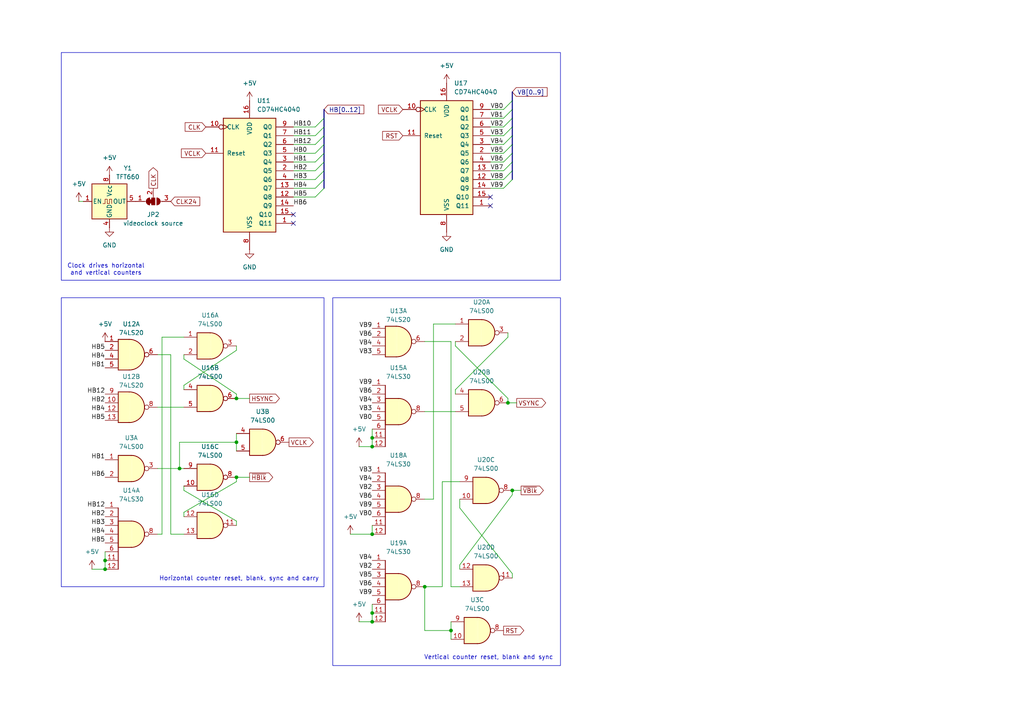
<source format=kicad_sch>
(kicad_sch (version 20250114) (generator "eeschema") (generator_version "9.0")
  (paper "A4")
  (lib_symbols
    (symbol "4xxx:4040" (pin_names (offset 1.016))
      (property "Reference" "U" (at -7.62 16.51 0))
      (property "Value" "4040" (at -7.62 -19.05 0))
      (symbol "4040_1_0"
        (pin input inverted_clock (at -12.7 12.7 0) (length 5.08) (name "CLK") (number "10"))
        (pin input line (at -12.7 5.08 0) (length 5.08) (name "Reset") (number "11"))
        (pin power_in line (at 0 20.32 270) (length 5.08) (name "VDD") (number "16"))
        (pin power_in line (at 0 -22.86 90) (length 5.08) (name "VSS") (number "8"))
        (pin output line (at 12.7 12.7 180) (length 5.08) (name "Q0") (number "9"))
        (pin output line (at 12.7 10.16 180) (length 5.08) (name "Q1") (number "7"))
        (pin output line (at 12.7 7.62 180) (length 5.08) (name "Q2") (number "6"))
        (pin output line (at 12.7 5.08 180) (length 5.08) (name "Q3") (number "5"))
        (pin output line (at 12.7 2.54 180) (length 5.08) (name "Q4") (number "3"))
        (pin output line (at 12.7 0 180) (length 5.08) (name "Q5") (number "2"))
        (pin output line (at 12.7 -2.54 180) (length 5.08) (name "Q6") (number "4"))
        (pin output line (at 12.7 -5.08 180) (length 5.08) (name "Q7") (number "13"))
        (pin output line (at 12.7 -7.62 180) (length 5.08) (name "Q8") (number "12"))
        (pin output line (at 12.7 -10.16 180) (length 5.08) (name "Q9") (number "14"))
        (pin output line (at 12.7 -12.7 180) (length 5.08) (name "Q10") (number "15"))
        (pin output line (at 12.7 -15.24 180) (length 5.08) (name "Q11") (number "1"))
      )
      (symbol "4040_1_1"
        (rectangle (start -7.62 15.24) (end 7.62 -17.78) (stroke (width 0.254)) (fill (type background)))
      )
    )
    (symbol "74xx:74LS00" (pin_names (offset 1.016))
      (property "Reference" "U" (at 0 1.27 0))
      (property "Value" "74LS00" (at 0 -1.27 0))
      (symbol "74LS00_1_1"
        (arc (start 0 3.81) (mid 3.7934 0) (end 0 -3.81) (stroke (width 0.254)) (fill (type background)))
        (polyline (pts (xy 0 3.81) (xy -3.81 3.81) (xy -3.81 -3.81) (xy 0 -3.81)) (stroke (width 0.254)) (fill (type background)))
        (pin input line (at -7.62 2.54 0) (length 3.81) (name "~") (number "1"))
        (pin input line (at -7.62 -2.54 0) (length 3.81) (name "~") (number "2"))
        (pin output inverted (at 7.62 0 180) (length 3.81) (name "~") (number "3"))
      )
      (symbol "74LS00_1_2"
        (arc (start -3.81 3.81) (mid -2.589 0) (end -3.81 -3.81) (stroke (width 0.254)))
        (polyline (pts (xy -3.81 3.81) (xy -0.635 3.81)) (stroke (width 0.254)) (fill (type background)))
        (polyline (pts (xy -3.81 -3.81) (xy -0.635 -3.81)) (stroke (width 0.254)) (fill (type background)))
        (arc (start 3.81 0) (mid 2.1855 -2.584) (end -0.6096 -3.81) (stroke (width 0.254)) (fill (type background)))
        (arc (start -0.6096 3.81) (mid 2.1928 2.5924) (end 3.81 0) (stroke (width 0.254)) (fill (type background)))
        (polyline (pts (xy -0.635 3.81) (xy -3.81 3.81) (xy -3.81 3.81) (xy -3.556 3.4036) (xy -3.0226 2.2606) (xy -2.6924 1.0414) (xy -2.6162 -0.254) (xy -2.7686 -1.4986) (xy -3.175 -2.7178) (xy -3.81 -3.81) (xy -3.81 -3.81) (xy -0.635 -3.81)) (stroke (width -25.4)) (fill (type background)))
        (pin input inverted (at -7.62 2.54 0) (length 4.318) (name "~") (number "1"))
        (pin input inverted (at -7.62 -2.54 0) (length 4.318) (name "~") (number "2"))
        (pin output line (at 7.62 0 180) (length 3.81) (name "~") (number "3"))
      )
      (symbol "74LS00_2_1"
        (arc (start 0 3.81) (mid 3.7934 0) (end 0 -3.81) (stroke (width 0.254)) (fill (type background)))
        (polyline (pts (xy 0 3.81) (xy -3.81 3.81) (xy -3.81 -3.81) (xy 0 -3.81)) (stroke (width 0.254)) (fill (type background)))
        (pin input line (at -7.62 2.54 0) (length 3.81) (name "~") (number "4"))
        (pin input line (at -7.62 -2.54 0) (length 3.81) (name "~") (number "5"))
        (pin output inverted (at 7.62 0 180) (length 3.81) (name "~") (number "6"))
      )
      (symbol "74LS00_2_2"
        (arc (start -3.81 3.81) (mid -2.589 0) (end -3.81 -3.81) (stroke (width 0.254)))
        (polyline (pts (xy -3.81 3.81) (xy -0.635 3.81)) (stroke (width 0.254)) (fill (type background)))
        (polyline (pts (xy -3.81 -3.81) (xy -0.635 -3.81)) (stroke (width 0.254)) (fill (type background)))
        (arc (start 3.81 0) (mid 2.1855 -2.584) (end -0.6096 -3.81) (stroke (width 0.254)) (fill (type background)))
        (arc (start -0.6096 3.81) (mid 2.1928 2.5924) (end 3.81 0) (stroke (width 0.254)) (fill (type background)))
        (polyline (pts (xy -0.635 3.81) (xy -3.81 3.81) (xy -3.81 3.81) (xy -3.556 3.4036) (xy -3.0226 2.2606) (xy -2.6924 1.0414) (xy -2.6162 -0.254) (xy -2.7686 -1.4986) (xy -3.175 -2.7178) (xy -3.81 -3.81) (xy -3.81 -3.81) (xy -0.635 -3.81)) (stroke (width -25.4)) (fill (type background)))
        (pin input inverted (at -7.62 2.54 0) (length 4.318) (name "~") (number "4"))
        (pin input inverted (at -7.62 -2.54 0) (length 4.318) (name "~") (number "5"))
        (pin output line (at 7.62 0 180) (length 3.81) (name "~") (number "6"))
      )
      (symbol "74LS00_3_1"
        (arc (start 0 3.81) (mid 3.7934 0) (end 0 -3.81) (stroke (width 0.254)) (fill (type background)))
        (polyline (pts (xy 0 3.81) (xy -3.81 3.81) (xy -3.81 -3.81) (xy 0 -3.81)) (stroke (width 0.254)) (fill (type background)))
        (pin input line (at -7.62 2.54 0) (length 3.81) (name "~") (number "9"))
        (pin input line (at -7.62 -2.54 0) (length 3.81) (name "~") (number "10"))
        (pin output inverted (at 7.62 0 180) (length 3.81) (name "~") (number "8"))
      )
      (symbol "74LS00_3_2"
        (arc (start -3.81 3.81) (mid -2.589 0) (end -3.81 -3.81) (stroke (width 0.254)))
        (polyline (pts (xy -3.81 3.81) (xy -0.635 3.81)) (stroke (width 0.254)) (fill (type background)))
        (polyline (pts (xy -3.81 -3.81) (xy -0.635 -3.81)) (stroke (width 0.254)) (fill (type background)))
        (arc (start 3.81 0) (mid 2.1855 -2.584) (end -0.6096 -3.81) (stroke (width 0.254)) (fill (type background)))
        (arc (start -0.6096 3.81) (mid 2.1928 2.5924) (end 3.81 0) (stroke (width 0.254)) (fill (type background)))
        (polyline (pts (xy -0.635 3.81) (xy -3.81 3.81) (xy -3.81 3.81) (xy -3.556 3.4036) (xy -3.0226 2.2606) (xy -2.6924 1.0414) (xy -2.6162 -0.254) (xy -2.7686 -1.4986) (xy -3.175 -2.7178) (xy -3.81 -3.81) (xy -3.81 -3.81) (xy -0.635 -3.81)) (stroke (width -25.4)) (fill (type background)))
        (pin input inverted (at -7.62 2.54 0) (length 4.318) (name "~") (number "9"))
        (pin input inverted (at -7.62 -2.54 0) (length 4.318) (name "~") (number "10"))
        (pin output line (at 7.62 0 180) (length 3.81) (name "~") (number "8"))
      )
      (symbol "74LS00_4_1"
        (arc (start 0 3.81) (mid 3.7934 0) (end 0 -3.81) (stroke (width 0.254)) (fill (type background)))
        (polyline (pts (xy 0 3.81) (xy -3.81 3.81) (xy -3.81 -3.81) (xy 0 -3.81)) (stroke (width 0.254)) (fill (type background)))
        (pin input line (at -7.62 2.54 0) (length 3.81) (name "~") (number "12"))
        (pin input line (at -7.62 -2.54 0) (length 3.81) (name "~") (number "13"))
        (pin output inverted (at 7.62 0 180) (length 3.81) (name "~") (number "11"))
      )
      (symbol "74LS00_4_2"
        (arc (start -3.81 3.81) (mid -2.589 0) (end -3.81 -3.81) (stroke (width 0.254)))
        (polyline (pts (xy -3.81 3.81) (xy -0.635 3.81)) (stroke (width 0.254)) (fill (type background)))
        (polyline (pts (xy -3.81 -3.81) (xy -0.635 -3.81)) (stroke (width 0.254)) (fill (type background)))
        (arc (start 3.81 0) (mid 2.1855 -2.584) (end -0.6096 -3.81) (stroke (width 0.254)) (fill (type background)))
        (arc (start -0.6096 3.81) (mid 2.1928 2.5924) (end 3.81 0) (stroke (width 0.254)) (fill (type background)))
        (polyline (pts (xy -0.635 3.81) (xy -3.81 3.81) (xy -3.81 3.81) (xy -3.556 3.4036) (xy -3.0226 2.2606) (xy -2.6924 1.0414) (xy -2.6162 -0.254) (xy -2.7686 -1.4986) (xy -3.175 -2.7178) (xy -3.81 -3.81) (xy -3.81 -3.81) (xy -0.635 -3.81)) (stroke (width -25.4)) (fill (type background)))
        (pin input inverted (at -7.62 2.54 0) (length 4.318) (name "~") (number "12"))
        (pin input inverted (at -7.62 -2.54 0) (length 4.318) (name "~") (number "13"))
        (pin output line (at 7.62 0 180) (length 3.81) (name "~") (number "11"))
      )
      (symbol "74LS00_5_0"
        (pin power_in line (at 0 12.7 270) (length 5.08) (name "VCC") (number "14"))
        (pin power_in line (at 0 -12.7 90) (length 5.08) (name "GND") (number "7"))
      )
      (symbol "74LS00_5_1"
        (rectangle (start -5.08 7.62) (end 5.08 -7.62) (stroke (width 0.254)) (fill (type background)))
      )
    )
    (symbol "74xx:74LS20" (pin_names (offset 1.016))
      (property "Reference" "U" (at 0 1.27 0))
      (property "Value" "74LS20" (at 0 -1.27 0))
      (symbol "74LS20_1_1"
        (arc (start -0.635 4.445) (mid 3.7907 0) (end -0.635 -4.445) (stroke (width 0.254)) (fill (type background)))
        (polyline (pts (xy -0.635 4.445) (xy -3.81 4.445) (xy -3.81 -4.445) (xy -0.635 -4.445)) (stroke (width 0.254)) (fill (type background)))
        (pin input line (at -7.62 3.81 0) (length 3.81) (name "~") (number "1"))
        (pin input line (at -7.62 1.27 0) (length 3.81) (name "~") (number "2"))
        (pin input line (at -7.62 -1.27 0) (length 3.81) (name "~") (number "4"))
        (pin input line (at -7.62 -3.81 0) (length 3.81) (name "~") (number "5"))
        (pin output inverted (at 7.62 0 180) (length 3.81) (name "~") (number "6"))
      )
      (symbol "74LS20_1_2"
        (arc (start -3.81 4.445) (mid -2.5908 0) (end -3.81 -4.445) (stroke (width 0.254)))
        (polyline (pts (xy -3.81 4.445) (xy -0.635 4.445)) (stroke (width 0.254)) (fill (type background)))
        (polyline (pts (xy -3.81 -4.445) (xy -0.635 -4.445)) (stroke (width 0.254)) (fill (type background)))
        (arc (start -0.6096 4.445) (mid 2.2198 2.8385) (end 3.81 0) (stroke (width 0.254)) (fill (type background)))
        (arc (start 3.81 0) (mid 2.224 -2.8428) (end -0.6096 -4.445) (stroke (width 0.254)) (fill (type background)))
        (polyline (pts (xy -0.635 4.445) (xy -3.81 4.445) (xy -3.81 4.445) (xy -3.6322 4.0894) (xy -3.0988 2.921) (xy -2.7686 1.6764) (xy -2.6162 0.4318) (xy -2.6416 -0.8636) (xy -2.8702 -2.1082) (xy -3.2512 -3.3274) (xy -3.81 -4.445) (xy -3.81 -4.445) (xy -0.635 -4.445)) (stroke (width -25.4)) (fill (type background)))
        (pin input inverted (at -7.62 3.81 0) (length 3.81) (name "~") (number "1"))
        (pin input inverted (at -7.62 1.27 0) (length 4.826) (name "~") (number "2"))
        (pin input inverted (at -7.62 -1.27 0) (length 4.826) (name "~") (number "4"))
        (pin input inverted (at -7.62 -3.81 0) (length 3.81) (name "~") (number "5"))
        (pin output line (at 7.62 0 180) (length 3.81) (name "~") (number "6"))
      )
      (symbol "74LS20_2_1"
        (arc (start -0.635 4.445) (mid 3.7907 0) (end -0.635 -4.445) (stroke (width 0.254)) (fill (type background)))
        (polyline (pts (xy -0.635 4.445) (xy -3.81 4.445) (xy -3.81 -4.445) (xy -0.635 -4.445)) (stroke (width 0.254)) (fill (type background)))
        (pin input line (at -7.62 3.81 0) (length 3.81) (name "~") (number "9"))
        (pin input line (at -7.62 1.27 0) (length 3.81) (name "~") (number "10"))
        (pin input line (at -7.62 -1.27 0) (length 3.81) (name "~") (number "12"))
        (pin input line (at -7.62 -3.81 0) (length 3.81) (name "~") (number "13"))
        (pin output inverted (at 7.62 0 180) (length 3.81) (name "~") (number "8"))
      )
      (symbol "74LS20_2_2"
        (arc (start -3.81 4.445) (mid -2.5908 0) (end -3.81 -4.445) (stroke (width 0.254)))
        (polyline (pts (xy -3.81 4.445) (xy -0.635 4.445)) (stroke (width 0.254)) (fill (type background)))
        (polyline (pts (xy -3.81 -4.445) (xy -0.635 -4.445)) (stroke (width 0.254)) (fill (type background)))
        (arc (start -0.6096 4.445) (mid 2.2198 2.8385) (end 3.81 0) (stroke (width 0.254)) (fill (type background)))
        (arc (start 3.81 0) (mid 2.224 -2.8428) (end -0.6096 -4.445) (stroke (width 0.254)) (fill (type background)))
        (polyline (pts (xy -0.635 4.445) (xy -3.81 4.445) (xy -3.81 4.445) (xy -3.6322 4.0894) (xy -3.0988 2.921) (xy -2.7686 1.6764) (xy -2.6162 0.4318) (xy -2.6416 -0.8636) (xy -2.8702 -2.1082) (xy -3.2512 -3.3274) (xy -3.81 -4.445) (xy -3.81 -4.445) (xy -0.635 -4.445)) (stroke (width -25.4)) (fill (type background)))
        (pin input inverted (at -7.62 3.81 0) (length 3.81) (name "~") (number "9"))
        (pin input inverted (at -7.62 1.27 0) (length 4.826) (name "~") (number "10"))
        (pin input inverted (at -7.62 -1.27 0) (length 4.826) (name "~") (number "12"))
        (pin input inverted (at -7.62 -3.81 0) (length 3.81) (name "~") (number "13"))
        (pin output line (at 7.62 0 180) (length 3.81) (name "~") (number "8"))
      )
      (symbol "74LS20_3_0"
        (pin power_in line (at 0 12.7 270) (length 5.08) (name "VCC") (number "14"))
        (pin power_in line (at 0 -12.7 90) (length 5.08) (name "GND") (number "7"))
      )
      (symbol "74LS20_3_1"
        (rectangle (start -5.08 7.62) (end 5.08 -7.62) (stroke (width 0.254)) (fill (type background)))
      )
    )
    (symbol "74xx:74LS30" (pin_names (offset 1.016))
      (property "Reference" "U" (at 0 1.27 0))
      (property "Value" "74LS30" (at 0 -1.27 0))
      (symbol "74LS30_1_1"
        (polyline (pts (xy -3.81 7.62) (xy -3.81 -10.16)) (stroke (width 0.254)))
        (arc (start 0 3.81) (mid 3.7934 0) (end 0 -3.81) (stroke (width 0.254)) (fill (type background)))
        (polyline (pts (xy 0 3.81) (xy -3.81 3.81) (xy -3.81 -3.81) (xy 0 -3.81)) (stroke (width 0.254)) (fill (type background)))
        (pin input line (at -7.62 7.62 0) (length 3.81) (name "~") (number "1"))
        (pin input line (at -7.62 5.08 0) (length 3.81) (name "~") (number "2"))
        (pin input line (at -7.62 2.54 0) (length 3.81) (name "~") (number "3"))
        (pin input line (at -7.62 0 0) (length 3.81) (name "~") (number "4"))
        (pin input line (at -7.62 -2.54 0) (length 3.81) (name "~") (number "5"))
        (pin input line (at -7.62 -5.08 0) (length 3.81) (name "~") (number "6"))
        (pin input line (at -7.62 -7.62 0) (length 3.81) (name "~") (number "11"))
        (pin input line (at -7.62 -10.16 0) (length 3.81) (name "~") (number "12"))
        (pin output inverted (at 7.62 0 180) (length 3.81) (name "~") (number "8"))
      )
      (symbol "74LS30_1_2"
        (arc (start -3.81 3.81) (mid -2.589 0) (end -3.81 -3.81) (stroke (width 0.254)))
        (polyline (pts (xy -3.81 7.62) (xy -3.81 3.81)) (stroke (width 0.254)))
        (polyline (pts (xy -3.81 3.81) (xy -0.635 3.81)) (stroke (width 0.254)) (fill (type background)))
        (polyline (pts (xy -3.81 -3.81) (xy -3.81 -10.16)) (stroke (width 0.254)))
        (polyline (pts (xy -3.81 -3.81) (xy -0.635 -3.81)) (stroke (width 0.254)) (fill (type background)))
        (arc (start 3.81 0) (mid 2.1855 -2.584) (end -0.6096 -3.81) (stroke (width 0.254)) (fill (type background)))
        (arc (start -0.6096 3.81) (mid 2.1928 2.5924) (end 3.81 0) (stroke (width 0.254)) (fill (type background)))
        (polyline (pts (xy -0.635 3.81) (xy -3.81 3.81) (xy -3.81 3.81) (xy -3.556 3.4036) (xy -3.0226 2.2606) (xy -2.6924 1.0414) (xy -2.6162 -0.254) (xy -2.7686 -1.4986) (xy -3.175 -2.7178) (xy -3.81 -3.81) (xy -3.81 -3.81) (xy -0.635 -3.81)) (stroke (width -25.4)) (fill (type background)))
        (pin input inverted (at -7.62 7.62 0) (length 3.81) (name "~") (number "1"))
        (pin input inverted (at -7.62 5.08 0) (length 3.81) (name "~") (number "2"))
        (pin input inverted (at -7.62 2.54 0) (length 4.5466) (name "~") (number "3"))
        (pin input inverted (at -7.62 0 0) (length 5.08) (name "~") (number "4"))
        (pin input inverted (at -7.62 -2.54 0) (length 4.5466) (name "~") (number "5"))
        (pin input inverted (at -7.62 -5.08 0) (length 3.81) (name "~") (number "6"))
        (pin input inverted (at -7.62 -7.62 0) (length 3.81) (name "~") (number "11"))
        (pin input inverted (at -7.62 -10.16 0) (length 3.81) (name "~") (number "12"))
        (pin output line (at 7.62 0 180) (length 3.81) (name "~") (number "8"))
      )
      (symbol "74LS30_2_0"
        (pin power_in line (at 0 12.7 270) (length 5.08) (name "VCC") (number "14"))
        (pin power_in line (at 0 -12.7 90) (length 5.08) (name "GND") (number "7"))
      )
      (symbol "74LS30_2_1"
        (rectangle (start -5.08 7.62) (end 5.08 -7.62) (stroke (width 0.254)) (fill (type background)))
      )
    )
    (symbol "Jumper:SolderJumper_3_Bridged12" (pin_names (offset 0) (hide yes)) (in_bom no)
      (property "Reference" "JP" (at -2.54 -2.54 0))
      (property "Value" "SolderJumper_3_Bridged12" (at 0 2.794 0))
      (symbol "SolderJumper_3_Bridged12_0_1"
        (polyline (pts (xy -2.54 0) (xy -2.032 0)))
        (polyline (pts (xy -1.016 1.016) (xy -1.016 -1.016)))
        (rectangle (start -1.016 0.508) (end -0.508 -0.508) (fill (type outline)))
        (arc (start -1.016 -1.016) (mid -2.0276 0) (end -1.016 1.016))
        (arc (start -1.016 -1.016) (mid -2.0276 0) (end -1.016 1.016) (fill (type outline)))
        (rectangle (start -0.508 1.016) (end 0.508 -1.016) (fill (type outline)))
        (polyline (pts (xy 0 -1.27) (xy 0 -1.016)))
        (arc (start 1.016 1.016) (mid 2.0276 0) (end 1.016 -1.016))
        (arc (start 1.016 1.016) (mid 2.0276 0) (end 1.016 -1.016) (fill (type outline)))
        (polyline (pts (xy 1.016 1.016) (xy 1.016 -1.016)))
        (polyline (pts (xy 2.54 0) (xy 2.032 0)))
      )
      (symbol "SolderJumper_3_Bridged12_1_1"
        (pin passive line (at -5.08 0 0) (length 2.54) (name "A") (number "1"))
        (pin passive line (at 0 -3.81 90) (length 2.54) (name "C") (number "2"))
        (pin passive line (at 5.08 0 180) (length 2.54) (name "B") (number "3"))
      )
    )
    (symbol "Oscillator:TFT660" (pin_names (offset 0.254))
      (property "Reference" "Y" (at -5.08 6.35 0))
      (property "Value" "TFT660" (at 1.27 -6.35 0))
      (symbol "TFT660_0_1"
        (rectangle (start -5.08 5.08) (end 5.08 -5.08) (stroke (width 0.254)) (fill (type background)))
        (polyline (pts (xy -1.905 -0.635) (xy -1.27 -0.635) (xy -1.27 0.635) (xy -0.635 0.635) (xy -0.635 -0.635) (xy 0 -0.635) (xy 0 0.635) (xy 0.635 0.635) (xy 0.635 -0.635)))
      )
      (symbol "TFT660_1_1"
        (pin input line (at -7.62 0 0) (length 2.54) (name "EN") (number "1"))
        (pin power_in line (at 0 7.62 270) (length 2.54) (name "Vcc") (number "8"))
        (pin power_in line (at 0 -7.62 90) (length 2.54) (name "GND") (number "4"))
        (pin output line (at 7.62 0 180) (length 2.54) (name "OUT") (number "5"))
      )
    )
    (symbol "power:+5V" (power) (pin_numbers (hide yes)) (pin_names (offset 0) (hide yes))
      (property "Value" "+5V" (at 0 3.556 0))
      (symbol "+5V_0_1"
        (polyline (pts (xy -0.762 1.27) (xy 0 2.54)))
        (polyline (pts (xy 0 2.54) (xy 0.762 1.27)))
        (polyline (pts (xy 0 0) (xy 0 2.54)))
      )
      (symbol "+5V_1_1"
        (pin power_in line (at 0 0 90) (length 0) (name "~") (number "1"))
      )
    )
    (symbol "power:GND" (power) (pin_numbers (hide yes)) (pin_names (offset 0) (hide yes))
      (property "Value" "GND" (at 0 -3.81 0))
      (symbol "GND_0_1"
        (polyline (pts (xy 0 0) (xy 0 -1.27) (xy 1.27 -1.27) (xy 0 -2.54) (xy -1.27 -1.27) (xy 0 -1.27)))
      )
      (symbol "GND_1_1"
        (pin power_in line (at 0 0 270) (length 0) (name "~") (number "1"))
      )
    )
  )
  (rectangle (start 96.52 86.36) (end 162.56 193.04))
  (rectangle (start 17.78 86.36) (end 93.98 170.18))
  (rectangle (start 17.78 15.24) (end 162.56 81.28))
  (text "Vertical counter reset, blank and sync" (at 141.732 190.754 0) (effects (font (size 1.27 1.27))))
  (text "Clock drives horizontal\nand vertical counters" (at 30.734 78.232 0) (effects (font (size 1.27 1.27))))
  (text "Horizontal counter reset, blank, sync and carry" (at 69.342 167.894 0) (effects (font (size 1.27 1.27))))
  (junction (at 107.95 129.54))
  (junction (at 107.95 180.34))
  (junction (at 107.95 154.94))
  (junction (at 123.19 170.18))
  (junction (at 130.81 182.88))
  (junction (at 30.48 162.56))
  (junction (at 107.95 127))
  (junction (at 68.58 115.57))
  (junction (at 148.59 142.24))
  (junction (at 30.48 165.1))
  (junction (at 52.07 135.89))
  (junction (at 68.58 138.43))
  (junction (at 147.32 116.84))
  (junction (at 68.58 128.27))
  (junction (at 107.95 177.8))
  (no_connect (at 142.24 57.15))
  (no_connect (at 85.09 64.77))
  (no_connect (at 142.24 59.69))
  (no_connect (at 85.09 62.23))
  (bus_entry (at 93.98 41.91) (size -2.54 2.54))
  (bus_entry (at 148.59 41.91) (size -2.54 2.54))
  (bus_entry (at 148.59 52.07) (size -2.54 2.54))
  (bus_entry (at 93.98 36.83) (size -2.54 2.54))
  (bus_entry (at 148.59 49.53) (size -2.54 2.54))
  (bus_entry (at 93.98 52.07) (size -2.54 2.54))
  (bus_entry (at 93.98 46.99) (size -2.54 2.54))
  (bus_entry (at 93.98 44.45) (size -2.54 2.54))
  (bus_entry (at 148.59 39.37) (size -2.54 2.54))
  (bus_entry (at 93.98 39.37) (size -2.54 2.54))
  (bus_entry (at 148.59 31.75) (size -2.54 2.54))
  (bus_entry (at 148.59 46.99) (size -2.54 2.54))
  (bus_entry (at 93.98 54.61) (size -2.54 2.54))
  (bus_entry (at 148.59 36.83) (size -2.54 2.54))
  (bus_entry (at 148.59 44.45) (size -2.54 2.54))
  (bus_entry (at 148.59 29.21) (size -2.54 2.54))
  (bus_entry (at 93.98 34.29) (size -2.54 2.54))
  (bus_entry (at 148.59 34.29) (size -2.54 2.54))
  (bus_entry (at 93.98 49.53) (size -2.54 2.54))
  (bus (pts (xy 148.59 29.21) (xy 148.59 31.75)))
  (wire (pts (xy 142.24 36.83) (xy 146.05 36.83)))
  (wire (pts (xy 52.07 135.89) (xy 45.72 135.89)))
  (wire (pts (xy 125.73 93.98) (xy 132.08 93.98)))
  (wire (pts (xy 128.27 139.7) (xy 133.35 139.7)))
  (wire (pts (xy 53.34 102.87) (xy 53.34 104.14)))
  (wire (pts (xy 85.09 36.83) (xy 91.44 36.83)))
  (wire (pts (xy 85.09 46.99) (xy 91.44 46.99)))
  (wire (pts (xy 125.73 144.78) (xy 125.73 93.98)))
  (wire (pts (xy 53.34 111.76) (xy 68.58 101.6)))
  (wire (pts (xy 72.39 138.43) (xy 68.58 138.43)))
  (wire (pts (xy 68.58 130.81) (xy 68.58 128.27)))
  (wire (pts (xy 104.14 180.34) (xy 107.95 180.34)))
  (wire (pts (xy 53.34 104.14) (xy 68.58 114.3)))
  (wire (pts (xy 142.24 44.45) (xy 146.05 44.45)))
  (wire (pts (xy 107.95 127) (xy 107.95 129.54)))
  (wire (pts (xy 68.58 151.13) (xy 68.58 152.4)))
  (bus (pts (xy 148.59 41.91) (xy 148.59 44.45)))
  (wire (pts (xy 53.34 118.11) (xy 45.72 118.11)))
  (wire (pts (xy 123.19 182.88) (xy 130.81 182.88)))
  (wire (pts (xy 85.09 39.37) (xy 91.44 39.37)))
  (wire (pts (xy 123.19 170.18) (xy 123.19 182.88)))
  (bus (pts (xy 148.59 46.99) (xy 148.59 49.53)))
  (wire (pts (xy 142.24 39.37) (xy 146.05 39.37)))
  (wire (pts (xy 107.95 152.4) (xy 107.95 154.94)))
  (wire (pts (xy 52.07 128.27) (xy 52.07 135.89)))
  (wire (pts (xy 142.24 49.53) (xy 146.05 49.53)))
  (wire (pts (xy 68.58 114.3) (xy 68.58 115.57)))
  (wire (pts (xy 53.34 148.59) (xy 68.58 139.7)))
  (wire (pts (xy 53.34 113.03) (xy 53.34 111.76)))
  (bus (pts (xy 93.98 31.75) (xy 93.98 34.29)))
  (bus (pts (xy 93.98 34.29) (xy 93.98 36.83)))
  (wire (pts (xy 46.99 154.94) (xy 46.99 97.79)))
  (wire (pts (xy 149.86 116.84) (xy 147.32 116.84)))
  (wire (pts (xy 107.95 177.8) (xy 107.95 180.34)))
  (wire (pts (xy 104.14 129.54) (xy 107.95 129.54)))
  (wire (pts (xy 107.95 175.26) (xy 107.95 177.8)))
  (bus (pts (xy 148.59 34.29) (xy 148.59 36.83)))
  (wire (pts (xy 142.24 34.29) (xy 146.05 34.29)))
  (wire (pts (xy 142.24 41.91) (xy 146.05 41.91)))
  (wire (pts (xy 53.34 142.24) (xy 68.58 151.13)))
  (wire (pts (xy 148.59 166.37) (xy 148.59 167.64)))
  (bus (pts (xy 148.59 49.53) (xy 148.59 52.07)))
  (bus (pts (xy 93.98 44.45) (xy 93.98 46.99)))
  (wire (pts (xy 85.09 54.61) (xy 91.44 54.61)))
  (wire (pts (xy 68.58 115.57) (xy 72.39 115.57)))
  (wire (pts (xy 132.08 114.3) (xy 132.08 113.03)))
  (wire (pts (xy 45.72 102.87) (xy 49.53 102.87)))
  (wire (pts (xy 101.6 154.94) (xy 107.95 154.94)))
  (wire (pts (xy 53.34 149.86) (xy 53.34 148.59)))
  (wire (pts (xy 123.19 144.78) (xy 125.73 144.78)))
  (wire (pts (xy 130.81 182.88) (xy 130.81 180.34)))
  (bus (pts (xy 148.59 31.75) (xy 148.59 34.29)))
  (wire (pts (xy 85.09 52.07) (xy 91.44 52.07)))
  (wire (pts (xy 147.32 97.79) (xy 147.32 96.52)))
  (wire (pts (xy 132.08 100.33) (xy 147.32 115.57)))
  (wire (pts (xy 132.08 113.03) (xy 147.32 97.79)))
  (wire (pts (xy 142.24 46.99) (xy 146.05 46.99)))
  (wire (pts (xy 85.09 49.53) (xy 91.44 49.53)))
  (wire (pts (xy 123.19 170.18) (xy 128.27 170.18)))
  (wire (pts (xy 123.19 99.06) (xy 130.81 99.06)))
  (wire (pts (xy 130.81 99.06) (xy 130.81 170.18)))
  (wire (pts (xy 30.48 160.02) (xy 30.48 162.56)))
  (wire (pts (xy 26.67 165.1) (xy 30.48 165.1)))
  (wire (pts (xy 123.19 119.38) (xy 132.08 119.38)))
  (wire (pts (xy 68.58 139.7) (xy 68.58 138.43)))
  (wire (pts (xy 133.35 144.78) (xy 133.35 147.32)))
  (wire (pts (xy 53.34 140.97) (xy 53.34 142.24)))
  (wire (pts (xy 53.34 135.89) (xy 52.07 135.89)))
  (wire (pts (xy 85.09 44.45) (xy 91.44 44.45)))
  (wire (pts (xy 142.24 31.75) (xy 146.05 31.75)))
  (bus (pts (xy 93.98 39.37) (xy 93.98 41.91)))
  (wire (pts (xy 133.35 165.1) (xy 133.35 163.83)))
  (wire (pts (xy 130.81 185.42) (xy 130.81 182.88)))
  (wire (pts (xy 68.58 128.27) (xy 52.07 128.27)))
  (wire (pts (xy 133.35 147.32) (xy 148.59 166.37)))
  (bus (pts (xy 148.59 26.67) (xy 148.59 29.21)))
  (wire (pts (xy 49.53 102.87) (xy 49.53 154.94)))
  (wire (pts (xy 46.99 97.79) (xy 53.34 97.79)))
  (wire (pts (xy 68.58 128.27) (xy 68.58 125.73)))
  (wire (pts (xy 107.95 124.46) (xy 107.95 127)))
  (wire (pts (xy 147.32 115.57) (xy 147.32 116.84)))
  (wire (pts (xy 68.58 101.6) (xy 68.58 100.33)))
  (wire (pts (xy 148.59 143.51) (xy 148.59 142.24)))
  (wire (pts (xy 130.81 170.18) (xy 133.35 170.18)))
  (wire (pts (xy 85.09 41.91) (xy 91.44 41.91)))
  (bus (pts (xy 148.59 36.83) (xy 148.59 39.37)))
  (wire (pts (xy 142.24 52.07) (xy 146.05 52.07)))
  (bus (pts (xy 93.98 49.53) (xy 93.98 52.07)))
  (wire (pts (xy 128.27 170.18) (xy 128.27 139.7)))
  (wire (pts (xy 85.09 57.15) (xy 91.44 57.15)))
  (wire (pts (xy 151.13 142.24) (xy 148.59 142.24)))
  (bus (pts (xy 93.98 41.91) (xy 93.98 44.45)))
  (wire (pts (xy 30.48 162.56) (xy 30.48 165.1)))
  (wire (pts (xy 133.35 163.83) (xy 148.59 143.51)))
  (bus (pts (xy 148.59 39.37) (xy 148.59 41.91)))
  (bus (pts (xy 148.59 44.45) (xy 148.59 46.99)))
  (bus (pts (xy 93.98 52.07) (xy 93.98 54.61)))
  (bus (pts (xy 93.98 36.83) (xy 93.98 39.37)))
  (wire (pts (xy 49.53 154.94) (xy 53.34 154.94)))
  (wire (pts (xy 22.86 58.42) (xy 24.13 58.42)))
  (wire (pts (xy 142.24 54.61) (xy 146.05 54.61)))
  (wire (pts (xy 45.72 154.94) (xy 46.99 154.94)))
  (bus (pts (xy 93.98 46.99) (xy 93.98 49.53)))
  (wire (pts (xy 132.08 99.06) (xy 132.08 100.33)))
  (label "VB2" (at 107.95 142.24 180))
  (label "HB5" (at 30.48 101.6 180))
  (label "VB9" (at 107.95 147.32 180))
  (label "VB0" (at 107.95 121.92 180))
  (label "HB2" (at 30.48 149.86 180))
  (label "VB8" (at 142.24 52.07 0))
  (label "VB9" (at 107.95 95.25 180))
  (label "VB4" (at 107.95 100.33 180))
  (label "VB4" (at 142.24 41.91 0))
  (label "VB4" (at 107.95 162.56 180))
  (label "VB9" (at 107.95 172.72 180))
  (label "VB0" (at 107.95 149.86 180))
  (label "VB3" (at 107.95 137.16 180))
  (label "VB9" (at 107.95 111.76 180))
  (label "VB2" (at 107.95 165.1 180))
  (label "VB1" (at 142.24 34.29 0))
  (label "HB10" (at 85.09 36.83 0))
  (label "HB5" (at 30.48 157.48 180))
  (label "HB11" (at 85.09 39.37 0))
  (label "HB3" (at 30.48 152.4 180))
  (label "VB6" (at 142.24 46.99 0))
  (label "VB6" (at 107.95 97.79 180))
  (label "HB1" (at 85.09 46.99 0))
  (label "HB4" (at 30.48 119.38 180))
  (label "HB5" (at 85.09 57.15 0))
  (label "VB3" (at 107.95 102.87 180))
  (label "HB6" (at 85.09 59.69 0))
  (label "VB7" (at 142.24 49.53 0))
  (label "VB3" (at 107.95 119.38 180))
  (label "HB12" (at 30.48 114.3 180))
  (label "HB12" (at 85.09 41.91 0))
  (label "VB0" (at 142.24 31.75 0))
  (label "HB0" (at 85.09 44.45 0))
  (label "HB1" (at 30.48 133.35 180))
  (label "HB6" (at 30.48 138.43 180))
  (label "HB12" (at 30.48 147.32 180))
  (label "VB4" (at 107.95 116.84 180))
  (label "VB3" (at 142.24 39.37 0))
  (label "VB9" (at 142.24 54.61 0))
  (label "HB3" (at 85.09 52.07 0))
  (label "HB2" (at 30.48 116.84 180))
  (label "VB5" (at 142.24 44.45 0))
  (label "VB2" (at 142.24 36.83 0))
  (label "HB4" (at 30.48 154.94 180))
  (label "VB6" (at 107.95 144.78 180))
  (label "HB4" (at 85.09 54.61 0))
  (label "HB2" (at 85.09 49.53 0))
  (label "VB6" (at 107.95 114.3 180))
  (label "VB4" (at 107.95 139.7 180))
  (label "HB5" (at 30.48 121.92 180))
  (label "VB5" (at 107.95 167.64 180))
  (label "VB6" (at 107.95 170.18 180))
  (label "HB4" (at 30.48 104.14 180))
  (label "HB1" (at 30.48 106.68 180))
  (global_label "RST" (shape input) (at 116.84 39.37 180) (property "Intersheetrefs" "${INTERSHEET_REFS}" (effects (hide yes))))
  (global_label "HB[0..12]" (shape input) (at 93.98 31.75 0) (property "Intersheetrefs" "${INTERSHEET_REFS}" (effects (hide yes))))
  (global_label "CLK" (shape output) (at 44.45 54.61 90) (property "Intersheetrefs" "${INTERSHEET_REFS}" (effects (hide yes))))
  (global_label "CLK" (shape input) (at 59.69 36.83 180) (property "Intersheetrefs" "${INTERSHEET_REFS}" (effects (hide yes))))
  (global_label "HSYNC" (shape output) (at 72.39 115.57 0) (property "Intersheetrefs" "${INTERSHEET_REFS}" (effects (hide yes))))
  (global_label "RST" (shape output) (at 146.05 182.88 0) (property "Intersheetrefs" "${INTERSHEET_REFS}" (effects (hide yes))))
  (global_label "VB[0..9]" (shape input) (at 148.59 26.67 0) (property "Intersheetrefs" "${INTERSHEET_REFS}" (effects (hide yes))))
  (global_label "~{HBlk}" (shape output) (at 72.39 138.43 0) (property "Intersheetrefs" "${INTERSHEET_REFS}" (effects (hide yes))))
  (global_label "VSYNC" (shape output) (at 149.86 116.84 0) (property "Intersheetrefs" "${INTERSHEET_REFS}" (effects (hide yes))))
  (global_label "VCLK" (shape input) (at 116.84 31.75 180) (property "Intersheetrefs" "${INTERSHEET_REFS}" (effects (hide yes))))
  (global_label "~{VBlk}" (shape output) (at 151.13 142.24 0) (property "Intersheetrefs" "${INTERSHEET_REFS}" (effects (hide yes))))
  (global_label "VCLK" (shape input) (at 59.69 44.45 180) (property "Intersheetrefs" "${INTERSHEET_REFS}" (effects (hide yes))))
  (global_label "CLK24" (shape input) (at 49.53 58.42 0) (property "Intersheetrefs" "${INTERSHEET_REFS}" (effects (hide yes))))
  (global_label "VCLK" (shape output) (at 83.82 128.27 0) (property "Intersheetrefs" "${INTERSHEET_REFS}" (effects (hide yes))))
  (symbol (lib_id "74xx:74LS00") (at 60.96 138.43 0) (unit 3)
    (property "Reference" "U16" (at 60.9517 129.54 0))
    (property "Value" "74LS00" (at 60.9517 132.08 0))
    (property "Footprint" "Package_SO:SOIC-14_3.9x8.7mm_P1.27mm" (effects (hide yes)))
    (property "Datasheet" "http://www.ti.com/lit/gpn/sn74ls00" (effects (hide yes)))
    (property "Description" "quad 2-input NAND gate" (effects (hide yes)))
    (property "LCSC" "C609793" (effects (hide yes)))
  )
  (symbol (lib_id "power:GND") (at 31.75 66.04 0) (unit 1)
    (property "Reference" "#PWR059" (effects (hide yes)))
    (property "Value" "GND" (at 31.75 71.12 0))
    (property "Description" "Power symbol creates a global label with name \"GND\" , ground" (effects (hide yes)))
  )
  (symbol (lib_id "74xx:74LS20") (at 38.1 102.87 0) (unit 1)
    (property "Reference" "U12" (at 38.0903 93.98 0))
    (property "Value" "74LS20" (at 38.0903 96.52 0))
    (property "Footprint" "Package_SO:SOIC-14_3.9x8.7mm_P1.27mm" (effects (hide yes)))
    (property "Datasheet" "http://www.ti.com/lit/gpn/sn74LS20" (effects (hide yes)))
    (property "Description" "Dual 4-input NAND" (effects (hide yes)))
    (property "LCSC" "C556253" (effects (hide yes)))
  )
  (symbol (lib_id "74xx:74LS20") (at 38.1 118.11 0) (unit 2)
    (property "Reference" "U12" (at 38.0903 109.22 0))
    (property "Value" "74LS20" (at 38.0903 111.76 0))
    (property "Footprint" "Package_SO:SOIC-14_3.9x8.7mm_P1.27mm" (effects (hide yes)))
    (property "Datasheet" "http://www.ti.com/lit/gpn/sn74LS20" (effects (hide yes)))
    (property "Description" "Dual 4-input NAND" (effects (hide yes)))
    (property "LCSC" "C556253" (effects (hide yes)))
  )
  (symbol (lib_id "4xxx:4040") (at 129.54 44.45 0) (unit 1)
    (property "Reference" "U17" (at 131.6833 24.13 0) (effects (justify left)))
    (property "Value" "CD74HC4040" (at 131.6833 26.67 0) (effects (justify left)))
    (property "Footprint" "Package_SO:SOIC-16_3.9x9.9mm_P1.27mm" (effects (hide yes)))
    (property "Datasheet" "http://www.intersil.com/content/dam/Intersil/documents/cd40/cd4020bms-24bms-40bms.pdf" (effects (hide yes)))
    (property "Description" "Binary Counter 12 stages (Asynchronous)" (effects (hide yes)))
    (property "LCSC" "C2865249" (effects (hide yes)))
  )
  (symbol (lib_id "74xx:74LS00") (at 140.97 142.24 0) (unit 3)
    (property "Reference" "U20" (at 140.9617 133.35 0))
    (property "Value" "74LS00" (at 140.9617 135.89 0))
    (property "Footprint" "Package_SO:SOIC-14_3.9x8.7mm_P1.27mm" (effects (hide yes)))
    (property "Datasheet" "http://www.ti.com/lit/gpn/sn74ls00" (effects (hide yes)))
    (property "Description" "quad 2-input NAND gate" (effects (hide yes)))
    (property "LCSC" "C609793" (effects (hide yes)))
  )
  (symbol (lib_id "74xx:74LS00") (at 60.96 100.33 0) (unit 1)
    (property "Reference" "U16" (at 60.9517 91.44 0))
    (property "Value" "74LS00" (at 60.9517 93.98 0))
    (property "Footprint" "Package_SO:SOIC-14_3.9x8.7mm_P1.27mm" (effects (hide yes)))
    (property "Datasheet" "http://www.ti.com/lit/gpn/sn74ls00" (effects (hide yes)))
    (property "Description" "quad 2-input NAND gate" (effects (hide yes)))
    (property "LCSC" "C609793" (effects (hide yes)))
  )
  (symbol (lib_id "power:+5V") (at 129.54 24.13 0) (unit 1)
    (property "Reference" "#PWR031" (effects (hide yes)))
    (property "Value" "+5V" (at 129.54 19.05 0))
    (property "Description" "Power symbol creates a global label with name \"+5V\"" (effects (hide yes)))
  )
  (symbol (lib_id "power:+5V") (at 22.86 58.42 0) (unit 1)
    (property "Reference" "#PWR060" (effects (hide yes)))
    (property "Value" "+5V" (at 22.86 53.34 0))
    (property "Description" "Power symbol creates a global label with name \"+5V\"" (effects (hide yes)))
  )
  (symbol (lib_id "power:+5V") (at 72.39 29.21 0) (unit 1)
    (property "Reference" "#PWR027" (effects (hide yes)))
    (property "Value" "+5V" (at 72.39 24.13 0))
    (property "Description" "Power symbol creates a global label with name \"+5V\"" (effects (hide yes)))
  )
  (symbol (lib_id "74xx:74LS30") (at 115.57 170.18 0) (unit 1)
    (property "Reference" "U19" (at 115.5617 157.48 0))
    (property "Value" "74LS30" (at 115.5617 160.02 0))
    (property "Footprint" "Package_SO:SOIC-14_3.9x8.7mm_P1.27mm" (effects (hide yes)))
    (property "Datasheet" "http://www.ti.com/lit/gpn/sn74LS30" (effects (hide yes)))
    (property "Description" "8-input NAND" (effects (hide yes)))
    (property "LCSC" "C547583" (effects (hide yes)))
  )
  (symbol (lib_id "74xx:74LS00") (at 140.97 167.64 0) (unit 4)
    (property "Reference" "U20" (at 140.9617 158.75 0))
    (property "Value" "74LS00" (at 140.9617 161.29 0))
    (property "Footprint" "Package_SO:SOIC-14_3.9x8.7mm_P1.27mm" (effects (hide yes)))
    (property "Datasheet" "http://www.ti.com/lit/gpn/sn74ls00" (effects (hide yes)))
    (property "Description" "quad 2-input NAND gate" (effects (hide yes)))
    (property "LCSC" "C609793" (effects (hide yes)))
  )
  (symbol (lib_id "power:+5V") (at 101.6 154.94 0) (unit 1)
    (property "Reference" "#PWR034" (effects (hide yes)))
    (property "Value" "+5V" (at 101.6 149.86 0))
    (property "Description" "Power symbol creates a global label with name \"+5V\"" (effects (hide yes)))
  )
  (symbol (lib_id "74xx:74LS00") (at 60.96 152.4 0) (unit 4)
    (property "Reference" "U16" (at 60.9517 143.51 0))
    (property "Value" "74LS00" (at 60.9517 146.05 0))
    (property "Footprint" "Package_SO:SOIC-14_3.9x8.7mm_P1.27mm" (effects (hide yes)))
    (property "Datasheet" "http://www.ti.com/lit/gpn/sn74ls00" (effects (hide yes)))
    (property "Description" "quad 2-input NAND gate" (effects (hide yes)))
    (property "LCSC" "C609793" (effects (hide yes)))
  )
  (symbol (lib_id "74xx:74LS30") (at 38.1 154.94 0) (unit 1)
    (property "Reference" "U14" (at 38.0917 142.24 0))
    (property "Value" "74LS30" (at 38.0917 144.78 0))
    (property "Footprint" "Package_SO:SOIC-14_3.9x8.7mm_P1.27mm" (effects (hide yes)))
    (property "Datasheet" "http://www.ti.com/lit/gpn/sn74LS30" (effects (hide yes)))
    (property "Description" "8-input NAND" (effects (hide yes)))
    (property "LCSC" "C547583" (effects (hide yes)))
  )
  (symbol (lib_id "74xx:74LS00") (at 139.7 96.52 0) (unit 1)
    (property "Reference" "U20" (at 139.6917 87.63 0))
    (property "Value" "74LS00" (at 139.6917 90.17 0))
    (property "Footprint" "Package_SO:SOIC-14_3.9x8.7mm_P1.27mm" (effects (hide yes)))
    (property "Datasheet" "http://www.ti.com/lit/gpn/sn74ls00" (effects (hide yes)))
    (property "Description" "quad 2-input NAND gate" (effects (hide yes)))
    (property "LCSC" "C609793" (effects (hide yes)))
  )
  (symbol (lib_id "power:+5V") (at 104.14 129.54 0) (unit 1)
    (property "Reference" "#PWR033" (effects (hide yes)))
    (property "Value" "+5V" (at 104.14 124.46 0))
    (property "Description" "Power symbol creates a global label with name \"+5V\"" (effects (hide yes)))
  )
  (symbol (lib_id "power:+5V") (at 30.48 99.06 0) (unit 1)
    (property "Reference" "#PWR029" (effects (hide yes)))
    (property "Value" "+5V" (at 30.48 93.98 0))
    (property "Description" "Power symbol creates a global label with name \"+5V\"" (effects (hide yes)))
  )
  (symbol (lib_id "74xx:74LS30") (at 115.57 144.78 0) (unit 1)
    (property "Reference" "U18" (at 115.5617 132.08 0))
    (property "Value" "74LS30" (at 115.5617 134.62 0))
    (property "Footprint" "Package_SO:SOIC-14_3.9x8.7mm_P1.27mm" (effects (hide yes)))
    (property "Datasheet" "http://www.ti.com/lit/gpn/sn74LS30" (effects (hide yes)))
    (property "Description" "8-input NAND" (effects (hide yes)))
    (property "LCSC" "C547583" (effects (hide yes)))
  )
  (symbol (lib_id "Jumper:SolderJumper_3_Bridged12") (at 44.45 58.42 0) (mirror x) (unit 1) (in_bom no)
    (property "Reference" "JP2" (at 44.45 62.23 0))
    (property "Value" "videoclock source" (at 44.45 64.77 0))
    (property "Footprint" "Jumper:SolderJumper-3_P1.3mm_Bridged12_Pad1.0x1.5mm" (effects (hide yes)))
    (property "Description" "3-pole Solder Jumper, pins 1+2 closed/bridged" (effects (hide yes)))
  )
  (symbol (lib_id "power:GND") (at 129.54 67.31 0) (unit 1)
    (property "Reference" "#PWR032" (effects (hide yes)))
    (property "Value" "GND" (at 129.54 72.39 0))
    (property "Description" "Power symbol creates a global label with name \"GND\" , ground" (effects (hide yes)))
  )
  (symbol (lib_id "Oscillator:TFT660") (at 31.75 58.42 0) (unit 1)
    (property "Reference" "Y1" (at 37.084 48.768 0))
    (property "Value" "TFT660" (at 37.084 51.308 0))
    (property "Footprint" "Oscillator:Oscillator_DIP-8" (effects (hide yes)))
    (property "Datasheet" "http://cdn-reichelt.de/documents/datenblatt/B400/OSZI.pdf" (effects (hide yes)))
    (property "Description" "Crystal Clock Oscillator, DIP8-style metal package" (effects (hide yes)))
  )
  (symbol (lib_id "74xx:74LS00") (at 139.7 116.84 0) (unit 2)
    (property "Reference" "U20" (at 139.6917 107.95 0))
    (property "Value" "74LS00" (at 139.6917 110.49 0))
    (property "Footprint" "Package_SO:SOIC-14_3.9x8.7mm_P1.27mm" (effects (hide yes)))
    (property "Datasheet" "http://www.ti.com/lit/gpn/sn74ls00" (effects (hide yes)))
    (property "Description" "quad 2-input NAND gate" (effects (hide yes)))
    (property "LCSC" "C609793" (effects (hide yes)))
  )
  (symbol (lib_id "74xx:74LS00") (at 60.96 115.57 0) (unit 2)
    (property "Reference" "U16" (at 60.9517 106.68 0))
    (property "Value" "74LS00" (at 60.9517 109.22 0))
    (property "Footprint" "Package_SO:SOIC-14_3.9x8.7mm_P1.27mm" (effects (hide yes)))
    (property "Datasheet" "http://www.ti.com/lit/gpn/sn74ls00" (effects (hide yes)))
    (property "Description" "quad 2-input NAND gate" (effects (hide yes)))
    (property "LCSC" "C609793" (effects (hide yes)))
  )
  (symbol (lib_id "74xx:74LS30") (at 115.57 119.38 0) (unit 1)
    (property "Reference" "U15" (at 115.5617 106.68 0))
    (property "Value" "74LS30" (at 115.5617 109.22 0))
    (property "Footprint" "Package_SO:SOIC-14_3.9x8.7mm_P1.27mm" (effects (hide yes)))
    (property "Datasheet" "http://www.ti.com/lit/gpn/sn74LS30" (effects (hide yes)))
    (property "Description" "8-input NAND" (effects (hide yes)))
    (property "LCSC" "C547583" (effects (hide yes)))
  )
  (symbol (lib_id "4xxx:4040") (at 72.39 49.53 0) (unit 1)
    (property "Reference" "U11" (at 74.5333 29.21 0) (effects (justify left)))
    (property "Value" "CD74HC4040" (at 74.5333 31.75 0) (effects (justify left)))
    (property "Footprint" "Package_SO:SOIC-16_3.9x9.9mm_P1.27mm" (effects (hide yes)))
    (property "Datasheet" "http://www.intersil.com/content/dam/Intersil/documents/cd40/cd4020bms-24bms-40bms.pdf" (effects (hide yes)))
    (property "Description" "Binary Counter 12 stages (Asynchronous)" (effects (hide yes)))
    (property "LCSC" "C2865249" (effects (hide yes)))
  )
  (symbol (lib_id "power:+5V") (at 31.75 50.8 0) (unit 1)
    (property "Reference" "#PWR058" (effects (hide yes)))
    (property "Value" "+5V" (at 31.75 45.72 0))
    (property "Description" "Power symbol creates a global label with name \"+5V\"" (effects (hide yes)))
  )
  (symbol (lib_id "74xx:74LS00") (at 38.1 135.89 0) (unit 1)
    (property "Reference" "U3" (at 38.0917 127 0))
    (property "Value" "74LS00" (at 38.0917 129.54 0))
    (property "Footprint" "Package_SO:SOIC-14_3.9x8.7mm_P1.27mm" (effects (hide yes)))
    (property "Datasheet" "http://www.ti.com/lit/gpn/sn74ls00" (effects (hide yes)))
    (property "Description" "quad 2-input NAND gate" (effects (hide yes)))
    (property "LCSC" "C609793" (effects (hide yes)))
  )
  (symbol (lib_id "74xx:74LS00") (at 138.43 182.88 0) (unit 3)
    (property "Reference" "U3" (at 138.4217 173.99 0))
    (property "Value" "74LS00" (at 138.4217 176.53 0))
    (property "Footprint" "Package_SO:SOIC-14_3.9x8.7mm_P1.27mm" (effects (hide yes)))
    (property "Datasheet" "http://www.ti.com/lit/gpn/sn74ls00" (effects (hide yes)))
    (property "Description" "quad 2-input NAND gate" (effects (hide yes)))
    (property "LCSC" "C609793" (effects (hide yes)))
  )
  (symbol (lib_id "power:+5V") (at 26.67 165.1 0) (unit 1)
    (property "Reference" "#PWR030" (effects (hide yes)))
    (property "Value" "+5V" (at 26.67 160.02 0))
    (property "Description" "Power symbol creates a global label with name \"+5V\"" (effects (hide yes)))
  )
  (symbol (lib_id "74xx:74LS00") (at 76.2 128.27 0) (unit 2)
    (property "Reference" "U3" (at 76.1917 119.38 0))
    (property "Value" "74LS00" (at 76.1917 121.92 0))
    (property "Footprint" "Package_SO:SOIC-14_3.9x8.7mm_P1.27mm" (effects (hide yes)))
    (property "Datasheet" "http://www.ti.com/lit/gpn/sn74ls00" (effects (hide yes)))
    (property "Description" "quad 2-input NAND gate" (effects (hide yes)))
    (property "LCSC" "C609793" (effects (hide yes)))
  )
  (symbol (lib_id "power:+5V") (at 104.14 180.34 0) (unit 1)
    (property "Reference" "#PWR035" (effects (hide yes)))
    (property "Value" "+5V" (at 104.14 175.26 0))
    (property "Description" "Power symbol creates a global label with name \"+5V\"" (effects (hide yes)))
  )
  (symbol (lib_id "power:GND") (at 72.39 72.39 0) (unit 1)
    (property "Reference" "#PWR028" (effects (hide yes)))
    (property "Value" "GND" (at 72.39 77.47 0))
    (property "Description" "Power symbol creates a global label with name \"GND\" , ground" (effects (hide yes)))
  )
  (symbol (lib_id "74xx:74LS20") (at 115.57 99.06 0) (unit 1)
    (property "Reference" "U13" (at 115.5603 90.17 0))
    (property "Value" "74LS20" (at 115.5603 92.71 0))
    (property "Footprint" "Package_SO:SOIC-14_3.9x8.7mm_P1.27mm" (effects (hide yes)))
    (property "Datasheet" "http://www.ti.com/lit/gpn/sn74LS20" (effects (hide yes)))
    (property "Description" "Dual 4-input NAND" (effects (hide yes)))
    (property "LCSC" "C556253" (effects (hide yes)))
  )
)
</source>
